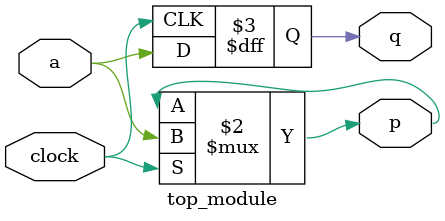
<source format=v>
module top_module (
    input clock,
    input a,
    output p,
    output q
);

    always @(negedge clock)
        q <= a;
    
    assign p = clock ? a : p;
endmodule

</source>
